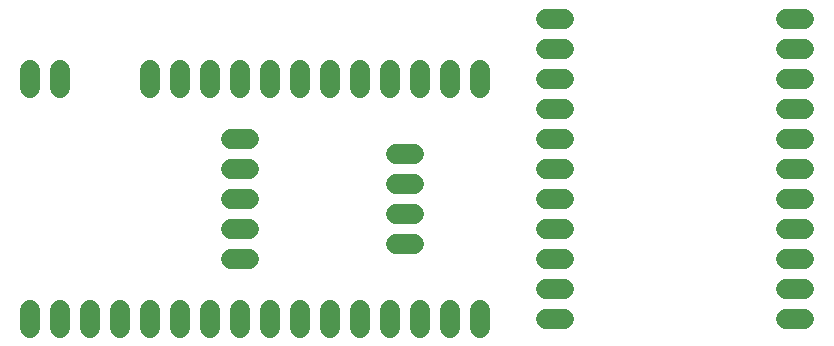
<source format=gbr>
G04 EAGLE Gerber RS-274X export*
G75*
%MOMM*%
%FSLAX34Y34*%
%LPD*%
%INSoldermask Top*%
%IPPOS*%
%AMOC8*
5,1,8,0,0,1.08239X$1,22.5*%
G01*
%ADD10C,1.727200*%


D10*
X236220Y88900D02*
X220980Y88900D01*
X220980Y114300D02*
X236220Y114300D01*
X236220Y139700D02*
X220980Y139700D01*
X220980Y165100D02*
X236220Y165100D01*
X236220Y190500D02*
X220980Y190500D01*
X50800Y233680D02*
X50800Y248920D01*
X76200Y248920D02*
X76200Y233680D01*
X152400Y233680D02*
X152400Y248920D01*
X177800Y248920D02*
X177800Y233680D01*
X203200Y233680D02*
X203200Y248920D01*
X228600Y248920D02*
X228600Y233680D01*
X254000Y233680D02*
X254000Y248920D01*
X279400Y248920D02*
X279400Y233680D01*
X304800Y233680D02*
X304800Y248920D01*
X330200Y248920D02*
X330200Y233680D01*
X355600Y233680D02*
X355600Y248920D01*
X381000Y248920D02*
X381000Y233680D01*
X406400Y233680D02*
X406400Y248920D01*
X431800Y248920D02*
X431800Y233680D01*
X50800Y45720D02*
X50800Y30480D01*
X76200Y30480D02*
X76200Y45720D01*
X101600Y45720D02*
X101600Y30480D01*
X127000Y30480D02*
X127000Y45720D01*
X152400Y45720D02*
X152400Y30480D01*
X177800Y30480D02*
X177800Y45720D01*
X203200Y45720D02*
X203200Y30480D01*
X228600Y30480D02*
X228600Y45720D01*
X254000Y45720D02*
X254000Y30480D01*
X279400Y30480D02*
X279400Y45720D01*
X304800Y45720D02*
X304800Y30480D01*
X330200Y30480D02*
X330200Y45720D01*
X355600Y45720D02*
X355600Y30480D01*
X381000Y30480D02*
X381000Y45720D01*
X406400Y45720D02*
X406400Y30480D01*
X431800Y30480D02*
X431800Y45720D01*
X375920Y177800D02*
X360680Y177800D01*
X360680Y152400D02*
X375920Y152400D01*
X375920Y127000D02*
X360680Y127000D01*
X360680Y101600D02*
X375920Y101600D01*
X690880Y38100D02*
X706120Y38100D01*
X706120Y63500D02*
X690880Y63500D01*
X690880Y88900D02*
X706120Y88900D01*
X706120Y114300D02*
X690880Y114300D01*
X690880Y139700D02*
X706120Y139700D01*
X706120Y165100D02*
X690880Y165100D01*
X690880Y190500D02*
X706120Y190500D01*
X706120Y215900D02*
X690880Y215900D01*
X690880Y241300D02*
X706120Y241300D01*
X706120Y266700D02*
X690880Y266700D01*
X690880Y292100D02*
X706120Y292100D01*
X502920Y38100D02*
X487680Y38100D01*
X487680Y63500D02*
X502920Y63500D01*
X502920Y88900D02*
X487680Y88900D01*
X487680Y114300D02*
X502920Y114300D01*
X502920Y139700D02*
X487680Y139700D01*
X487680Y165100D02*
X502920Y165100D01*
X502920Y190500D02*
X487680Y190500D01*
X487680Y215900D02*
X502920Y215900D01*
X502920Y241300D02*
X487680Y241300D01*
X487680Y266700D02*
X502920Y266700D01*
X502920Y292100D02*
X487680Y292100D01*
M02*

</source>
